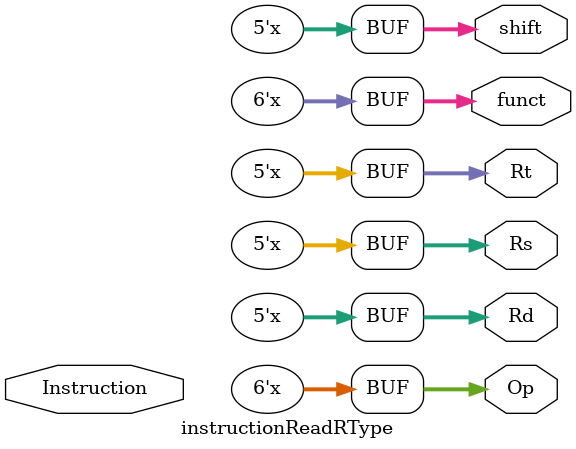
<source format=v>
module instructionReadRType (
	input[31:0] Instruction,

	output[5:0] Op,
	output[4:0] Rs,
	output[4:0] Rt,
	output[4:0] Rd,
	output[4:0] shift,
	output[5:0] funct
);
	assign Op = instruction[31:26];
	assign Rs = instruction[25:21];
	assign Rt = instruction[20:16];
	assign Rd = instruction[15:11];
	assign shift = instruction[10:6];
	assign funct = instruction[5:0];

endmodule
</source>
